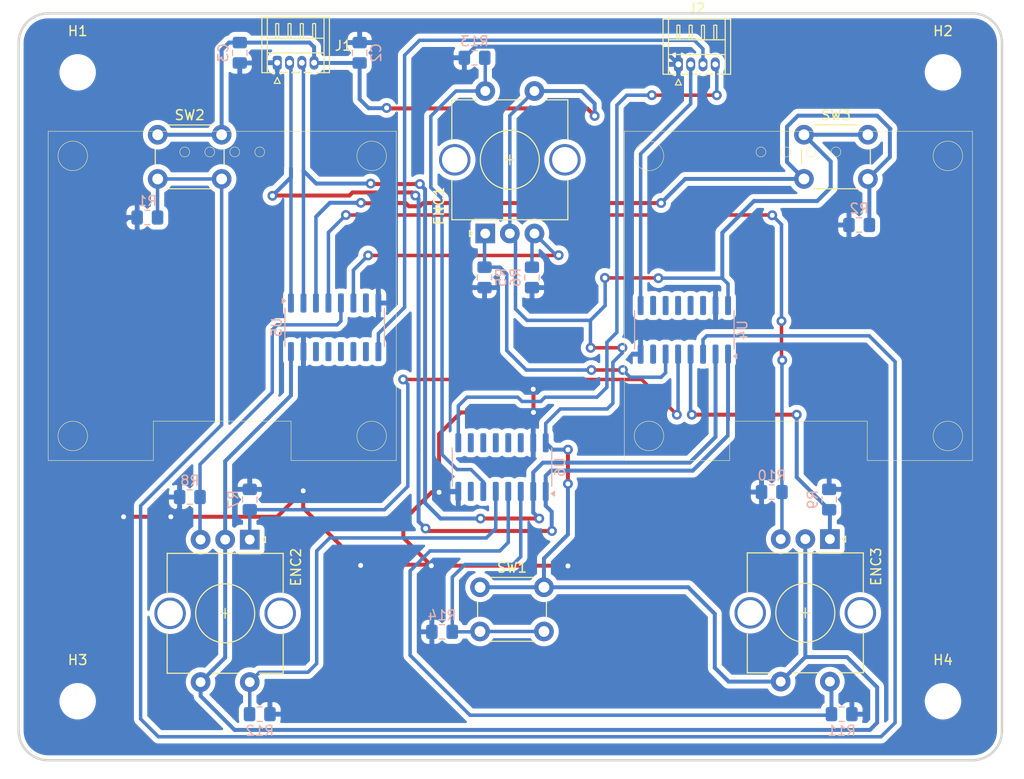
<source format=kicad_pcb>
(kicad_pcb (version 20240108) (generator "pcbnew") (generator_version "8.0")
  (layers (0 "F.Cu" signal) (31 "B.Cu" signal) (34 "B.Paste" user) (35 "F.Paste" user) (36 "B.SilkS" user "B.Silkscreen") (37 "F.SilkS" user "F.Silkscreen") (38 "B.Mask" user) (39 "F.Mask" user) (44 "Edge.Cuts" user))
  (net 0 "")
  (net 1 "GND")
  (net 2 "/SFTSW")
  (net 3 "/PL")
  (net 4 "VCC")
  (net 5 "/B1")
  (net 6 "/SW1")
  (net 7 "/A1")
  (net 8 "/SW2")
  (net 9 "/B2")
  (net 10 "/A2")
  (net 11 "/SW3")
  (net 12 "/B3")
  (net 13 "/A3")
  (net 14 "/CLK")
  (net 15 "/SER_A")
  (net 16 "/SER_B")
  (net 17 "/SER_S")
  (net 18 "/LSW")
  (net 19 "/RSW")
  (footprint "Button_Switch_THT:SW_PUSH_6mm_H4.3mm" (layer "F.Cu") (at 119.862514 56.345414)
    (property "Reference" "SW3")
    (property "Value" "SW_RIGHT")
  )
  (footprint "MountingHole:MountingHole_3.2mm_M3" (layer "F.Cu") (at 134 114)
    (property "Reference" "H4")
    (property "Value" "MountingHole_M3")
  )
  (footprint "Display-oled:self-RotaryEncoder_Alps_EC11E-Switch_Vertical_H20mm_CircularMountingHoles" (layer "F.Cu") (at 122.5 97.5 -90)
    (property "Reference" "ENC3")
    (property "Value" "Encoder")
  )
  (footprint "Connector_Hirose:Hirose_DF13-04P-1.25DS_1x04_P1.25mm_Horizontal" (layer "F.Cu") (at 66.294 49.022)
    (property "Reference" "J1")
    (property "Value" "I2C_Conn")
  )
  (footprint "MountingHole:MountingHole_3.2mm_M3" (layer "F.Cu") (at 46 50)
    (property "Reference" "H1")
    (property "Value" "MountingHole_M3")
  )
  (footprint "MountingHole:MountingHole_3.2mm_M3" (layer "F.Cu") (at 134 50)
    (property "Reference" "H2")
    (property "Value" "MountingHole_M3")
  )
  (footprint "Button_Switch_THT:SW_PUSH_6mm_H4.3mm" (layer "F.Cu") (at 54.14 56.35)
    (property "Reference" "SW2")
    (property "Value" "SW_LEFT")
  )
  (footprint "MountingHole:MountingHole_3.2mm_M3" (layer "F.Cu") (at 46 114)
    (property "Reference" "H3")
    (property "Value" "MountingHole_M3")
  )
  (footprint "Display-oled:self-RotaryEncoder_Alps_EC11E-Switch_Vertical_H20mm_CircularMountingHoles" (layer "F.Cu") (at 63.5 97.55 -90)
    (property "Reference" "ENC2")
    (property "Value" "Encoder")
  )
  (footprint "Display-oled:self-RotaryEncoder_Alps_EC11E-Switch_Vertical_H20mm_CircularMountingHoles" (layer "F.Cu") (at 87.45 66.4 90)
    (property "Reference" "ENC1")
    (property "Value" "Encoder")
  )
  (footprint "Button_Switch_THT:SW_PUSH_6mm_H4.3mm" (layer "F.Cu") (at 86.92 102.398)
    (property "Reference" "SW1")
    (property "Value" "SW_SHIFT")
  )
  (footprint "Connector_Hirose:Hirose_DF13-04P-1.25DS_1x04_P1.25mm_Horizontal" (layer "F.Cu") (at 107.091 49.1845)
    (property "Reference" "J2")
    (property "Value" "Btn_conn")
  )
  (footprint "Package_SO:SOIC-16_3.9x9.9mm_P1.27mm" (layer "B.Cu") (at 72.136 75.946 -90)
    (property "Reference" "U5")
    (property "Value" "74HC165")
  )
  (footprint "Capacitor_SMD:C_0805_2012Metric_Pad1.18x1.45mm_HandSolder" (layer "B.Cu") (at 86.36 48.514 180)
    (property "Reference" "R13")
    (property "Value" "10K")
  )
  (footprint "Capacitor_SMD:C_0805_2012Metric_Pad1.18x1.45mm_HandSolder" (layer "B.Cu") (at 64.516 115.316)
    (property "Reference" "R12")
    (property "Value" "10K")
  )
  (footprint "Capacitor_SMD:C_0805_2012Metric_Pad1.18x1.45mm_HandSolder" (layer "B.Cu") (at 116.586 92.71 180)
    (property "Reference" "R10")
    (property "Value" "10K")
  )
  (footprint "Capacitor_SMD:C_0805_2012Metric_Pad1.18x1.45mm_HandSolder" (layer "B.Cu") (at 74.676 48.006 90)
    (property "Reference" "C2")
    (property "Value" "100nF")
  )
  (footprint "Capacitor_SMD:C_0805_2012Metric_Pad1.18x1.45mm_HandSolder" (layer "B.Cu") (at 123.698 115.316)
    (property "Reference" "R11")
    (property "Value" "10K")
  )
  (footprint "Capacitor_SMD:C_0805_2012Metric_Pad1.18x1.45mm_HandSolder" (layer "B.Cu") (at 62.484 48.006 -90)
    (property "Reference" "C3")
    (property "Value" "10uF")
  )
  (footprint "Capacitor_SMD:C_0805_2012Metric_Pad1.18x1.45mm_HandSolder" (layer "B.Cu") (at 63.5 93.472 -90)
    (property "Reference" "R7")
    (property "Value" "10K")
  )
  (footprint "Capacitor_SMD:C_0805_2012Metric_Pad1.18x1.45mm_HandSolder" (layer "B.Cu") (at 125.476 65.532 180)
    (property "Reference" "R2")
    (property "Value" "10K")
  )
  (footprint "Capacitor_SMD:C_0805_2012Metric_Pad1.18x1.45mm_HandSolder" (layer "B.Cu") (at 87.376 70.866 90)
    (property "Reference" "R5")
    (property "Value" "10K")
  )
  (footprint "Package_SO:SOIC-16_3.9x9.9mm_P1.27mm" (layer "B.Cu") (at 89.154 90.17 90)
    (property "Reference" "U6")
    (property "Value" "74HC165")
  )
  (footprint "Capacitor_SMD:C_0805_2012Metric_Pad1.18x1.45mm_HandSolder" (layer "B.Cu") (at 57.404 93.218 180)
    (property "Reference" "R8")
    (property "Value" "10K")
  )
  (footprint "Capacitor_SMD:C_0805_2012Metric_Pad1.18x1.45mm_HandSolder" (layer "B.Cu") (at 53.086 64.77 180)
    (property "Reference" "R1")
    (property "Value" "10K")
  )
  (footprint "Package_SO:SOIC-16_3.9x9.9mm_P1.27mm" (layer "B.Cu") (at 107.696 76.2 90)
    (property "Reference" "U4")
    (property "Value" "74HC165")
  )
  (footprint "Capacitor_SMD:C_0805_2012Metric_Pad1.18x1.45mm_HandSolder" (layer "B.Cu") (at 92.202 70.866 -90)
    (property "Reference" "R6")
    (property "Value" "10K")
  )
  (footprint "Capacitor_SMD:C_0805_2012Metric_Pad1.18x1.45mm_HandSolder" (layer "B.Cu") (at 83.058 106.934 180)
    (property "Reference" "R14")
    (property "Value" "10K")
  )
  (footprint "Capacitor_SMD:C_0805_2012Metric_Pad1.18x1.45mm_HandSolder" (layer "B.Cu") (at 122.428 93.472 -90)
    (property "Reference" "R9")
    (property "Value" "10K")
  )
  (gr_line (start 67.7 89.5) (end 67.7 85.5) (stroke (width 0.05)) (layer "F.SilkS"))
  (gr_circle (center 45.5 58.5) (end 47 58.5) (stroke (width 0.05)) (fill none) (layer "F.SilkS"))
  (gr_line (start 101.6 89.5) (end 112.3 89.5) (stroke (width 0.05)) (layer "F.SilkS"))
  (gr_circle (center 75.9 58.5) (end 77.4 58.5) (stroke (width 0.05)) (fill none) (layer "F.SilkS"))
  (gr_circle (center 59.430838 58.098471) (end 59.930838 58.098471) (stroke (width 0.05)) (fill none) (layer "F.SilkS"))
  (gr_circle (center 104.1 87) (end 105.6 87) (stroke (width 0.05)) (fill none) (layer "F.SilkS"))
  (gr_line (start 137 56) (end 101.6 56) (stroke (width 0.05)) (layer "F.SilkS"))
  (gr_line (start 78.4 56) (end 43 56) (stroke (width 0.05)) (layer "F.SilkS"))
  (gr_circle (center 115.49 58.1) (end 115.99 58.1) (stroke (width 0.05)) (fill none) (layer "F.SilkS"))
  (gr_line (start 67.7 85.5) (end 53.7 85.5) (stroke (width 0.05)) (layer "F.SilkS"))
  (gr_circle (center 123.112514 58.095414) (end 123.612514 58.095414) (stroke (width 0.05)) (fill none) (layer "F.SilkS"))
  (gr_line (start 43 56) (end 43 89.5) (stroke (width 0.05)) (layer "F.SilkS"))
  (gr_line (start 53.7 85.5) (end 53.7 89.5) (stroke (width 0.05)) (layer "F.SilkS"))
  (gr_circle (center 56.89 58.1) (end 57.39 58.1) (stroke (width 0.05)) (fill none) (layer "F.SilkS"))
  (gr_circle (center 104.1 58.5) (end 105.6 58.5) (stroke (width 0.05)) (fill none) (layer "F.SilkS"))
  (gr_circle (center 120.571676 58.096943) (end 121.071676 58.096943) (stroke (width 0.05)) (fill none) (layer "F.SilkS"))
  (gr_line (start 126.3 85.5) (end 112.3 85.5) (stroke (width 0.05)) (layer "F.SilkS"))
  (gr_line (start 43 89.5) (end 53.7 89.5) (stroke (width 0.05)) (layer "F.SilkS"))
  (gr_line (start 101.6 56) (end 101.6 89.5) (stroke (width 0.05)) (layer "F.SilkS"))
  (gr_circle (center 118.030838 58.098471) (end 118.530838 58.098471) (stroke (width 0.05)) (fill none) (layer "F.SilkS"))
  (gr_line (start 67.7 89.5) (end 78.4 89.5) (stroke (width 0.05)) (layer "F.SilkS"))
  (gr_circle (center 45.5 87) (end 47 87) (stroke (width 0.05)) (fill none) (layer "F.SilkS"))
  (gr_circle (center 134.5 87) (end 136 87) (stroke (width 0.05)) (fill none) (layer "F.SilkS"))
  (gr_line (start 126.3 89.5) (end 137 89.5) (stroke (width 0.05)) (layer "F.SilkS"))
  (gr_circle (center 75.9 87) (end 77.4 87) (stroke (width 0.05)) (fill none) (layer "F.SilkS"))
  (gr_circle (center 64.512514 58.095414) (end 65.012514 58.095414) (stroke (width 0.05)) (fill none) (layer "F.SilkS"))
  (gr_line (start 78.4 89.5) (end 78.4 56) (stroke (width 0.05)) (layer "F.SilkS"))
  (gr_circle (center 134.5 58.5) (end 136 58.5) (stroke (width 0.05)) (fill none) (layer "F.SilkS"))
  (gr_circle (center 61.971676 58.096943) (end 62.471676 58.096943) (stroke (width 0.05)) (fill none) (layer "F.SilkS"))
  (gr_line (start 126.3 89.5) (end 126.3 85.5) (stroke (width 0.05)) (layer "F.SilkS"))
  (gr_line (start 137 89.5) (end 137 56) (stroke (width 0.05)) (layer "F.SilkS"))
  (gr_line (start 112.3 85.5) (end 112.3 89.5) (stroke (width 0.05)) (layer "F.SilkS"))
  (gr_arc (start 139.999999 117) (mid 139.121319 119.12132) (end 136.999999 120) (stroke (width 0.25)) (layer "Edge.Cuts"))
  (gr_arc (start 39.999999 47.000001) (mid 40.878679 44.87868) (end 43 44) (stroke (width 0.25)) (layer "Edge.Cuts"))
  (gr_line (start 39.999999 47.000001) (end 39.999999 116.999999) (stroke (width 0.25)) (layer "Edge.Cuts"))
  (gr_arc (start 136.999999 44) (mid 139.121319 44.87868) (end 139.999999 47) (stroke (width 0.25)) (layer "Edge.Cuts"))
  (gr_arc (start 43 120) (mid 40.878679 119.12132) (end 39.999999 116.999999) (stroke (width 0.25)) (layer "Edge.Cuts"))
  (gr_line (start 43 120) (end 136.999999 120) (stroke (width 0.25)) (layer "Edge.Cuts"))
  (gr_line (start 139.999999 117) (end 139.999999 47) (stroke (width 0.25)) (layer "Edge.Cuts"))
  (gr_line (start 136.999999 44) (end 43 44) (stroke (width 0.25)) (layer "Edge.Cuts"))
  (segment (start 82.7532 86.8172) (end 84.963 84.6074) (width 0.4064) (layer "F.Cu") (net 1))
  (segment (start 74.8538 100.1014) (end 74.7776 100.1776) (width 0.4064) (layer "F.Cu") (net 1))
  (segment (start 81.9658 100.203) (end 81.8642 100.1014) (width 0.4064) (layer "F.Cu") (net 1))
  (segment (start 81.8642 100.1014) (end 74.8538 100.1014) (width 0.4064) (layer "F.Cu") (net 1))
  (segment (start 79.121 95.6056) (end 81.9912 92.7354) (width 0.4064) (layer "F.Cu") (net 1))
  (segment (start 95.4532 100.2284) (end 95.4278 100.203) (width 0.4064) (layer "F.Cu") (net 1))
  (segment (start 95.4278 100.203) (end 81.9658 100.203) (width 0.4064) (layer "F.Cu") (net 1))
  (segment (start 81.9912 92.7354) (end 82.7532 92.7354) (width 0.4064) (layer "F.Cu") (net 1))
  (segment (start 55.4736 95.2246) (end 66.294 95.2246) (width 0.4064) (layer "F.Cu") (net 1))
  (segment (start 79.121 97.3582) (end 79.121 95.6056) (width 0.4064) (layer "F.Cu") (net 1))
  (segment (start 68.9356 94.3356) (end 68.9356 92.583) (width 0.4064) (layer "F.Cu") (net 1))
  (segment (start 84.963 84.6074) (end 92.3544 84.6074) (width 0.4064) (layer "F.Cu") (net 1))
  (segment (start 92.3544 84.6074) (end 92.3544 82.2706) (width 0.4064) (layer "F.Cu") (net 1))
  (segment (start 66.294 95.2246) (end 68.9356 92.583) (width 0.4064) (layer "F.Cu") (net 1))
  (segment (start 74.7776 100.1776) (end 68.9356 94.3356) (width 0.4064) (layer "F.Cu") (net 1))
  (segment (start 82.7532 92.7354) (end 82.7532 86.8172) (width 0.4064) (layer "F.Cu") (net 1))
  (segment (start 55.4736 95.2246) (end 50.673 95.2246) (width 0.4064) (layer "F.Cu") (net 1))
  (segment (start 81.9658 100.203) (end 79.121 97.3582) (width 0.4064) (layer "F.Cu") (net 1))
  (segment (start 92.3544 82.2706) (end 92.329 82.2452) (width 0.4064) (layer "F.Cu") (net 1))
  (segment (start 95.8596 100.2284) (end 95.4532 100.2284) (width 0.4064) (layer "F.Cu") (net 1))
  (via (at 50.673 95.2246) (size 1) (drill 0.5) (layers "F.Cu" "B.Cu") (net 1))
  (via (at 68.9356 92.583) (size 1) (drill 0.5) (layers "F.Cu" "B.Cu") (net 1))
  (via (at 81.9658 100.203) (size 1) (drill 0.5) (layers "F.Cu" "B.Cu") (net 1))
  (via (at 95.8596 100.2284) (size 1) (drill 0.5) (layers "F.Cu" "B.Cu") (net 1))
  (via (at 82.7532 92.7354) (size 1) (drill 0.5) (layers "F.Cu" "B.Cu") (net 1))
  (via (at 74.7776 100.1776) (size 1) (drill 0.5) (layers "F.Cu" "B.Cu") (net 1))
  (via (at 55.4736 95.2246) (size 1) (drill 0.5) (layers "F.Cu" "B.Cu") (net 1))
  (via (at 92.3544 84.6074) (size 1) (drill 0.5) (layers "F.Cu" "B.Cu") (net 1))
  (via (at 92.329 82.2452) (size 1) (drill 0.5) (layers "F.Cu" "B.Cu") (net 1))
  (segment (start 92.329 82.2452) (end 91.9734 82.2452) (width 0.4064) (layer "B.Cu") (net 1))
  (segment (start 50.673 95.2246) (end 50.673 65.2526) (width 0.4064) (layer "B.Cu") (net 1))
  (segment (start 71.755 115.316) (end 65.5535 115.316) (width 0.4064) (layer "B.Cu") (net 1))
  (segment (start 74.7776 100.1776) (end 74.7776 112.2934) (width 0.4064) (layer "B.Cu") (net 1))
  (segment (start 115.5485 92.71) (end 105.156 92.71) (width 0.4064) (layer "B.Cu") (net 1))
  (segment (start 97.536 100.33) (end 95.9612 100.33) (width 0.4064) (layer "B.Cu") (net 1))
  (segment (start 68.7871 92.4345) (end 63.5 92.4345) (width 0.4064) (layer "B.Cu") (net 1))
  (segment (start 82.7532 92.7354) (end 84.6186 92.7354) (width 0.4064) (layer "B.Cu") (net 1))
  (segment (start 50.673 65.2526) (end 51.1556 64.77) (width 0.4064) (layer "B.Cu") (net 1))
  (segment (start 74.7776 112.2934) (end 71.755 115.316) (width 0.4064) (layer "B.Cu") (net 1))
  (segment (start 105.2891 47.3826) (end 86.4539 47.3826) (width 0.4064) (layer "B.Cu") (net 1))
  (segment (start 56.3665 93.218) (end 56.3665 94.3317) (width 0.4064) (layer "B.Cu") (net 1))
  (segment (start 68.9356 92.583) (end 68.7871 92.4345) (width 0.4064) (layer "B.Cu") (net 1))
  (segment (start 56.3665 94.3317) (end 55.4736 95.2246) (width 0.4064) (layer "B.Cu") (net 1))
  (segment (start 95.9612 100.33) (end 95.8596 100.2284) (width 0.4064) (layer "B.Cu") (net 1))
  (segment (start 82.0205 106.934) (end 82.0205 100.2577) (width 0.4064) (layer "B.Cu") (net 1))
  (segment (start 92.329 87.695) (end 92.329 84.6328) (width 0.4064) (layer "B.Cu") (net 1))
  (segment (start 82.0205 100.2577) (end 81.9658 100.203) (width 0.4064) (layer "B.Cu") (net 1))
  (segment (start 87.376 77.6478) (end 87.376 71.9035) (width 0.4064) (layer "B.Cu") (net 1))
  (segment (start 92.329 84.6328) (end 92.3544 84.6074) (width 0.4064) (layer "B.Cu") (net 1))
  (segment (start 84.6186 92.7354) (end 84.709 92.645) (width 0.4064) (layer "B.Cu") (net 1))
  (segment (start 86.4539 47.3826) (end 85.3225 48.514) (width 0.4064) (layer "B.Cu") (net 1))
  (segment (start 105.156 92.71) (end 97.536 100.33) (width 0.4064) (layer "B.Cu") (net 1))
  (segment (start 91.9734 82.2452) (end 87.376 77.6478) (width 0.4064) (layer "B.Cu") (net 1))
  (segment (start 107.091 49.1845) (end 105.2891 47.3826) (width 0.4064) (layer "B.Cu") (net 1))
  (segment (start 51.1556 64.77) (end 52.0485 64.77) (width 0.4064) (layer "B.Cu") (net 1))
  (segment (start 91.059 99.2886) (end 90.2716 100.076) (width 0.3556) (layer "B.Cu") (net 2))
  (segment (start 86.884 106.934) (end 86.92 106.898) (width 0.3556) (layer "B.Cu") (net 2))
  (segment (start 86.92 106.898) (end 93.42 106.898) (width 0.3556) (layer "B.Cu") (net 2))
  (segment (start 90.2716 100.076) (end 85.3948 100.076) (width 0.3556) (layer "B.Cu") (net 2))
  (segment (start 85.3948 100.076) (end 84.0955 101.3753) (width 0.3556) (layer "B.Cu") (net 2))
  (segment (start 84.0955 101.3753) (end 84.0955 106.934) (width 0.3556) (layer "B.Cu") (net 2))
  (segment (start 84.0955 106.934) (end 86.884 106.934) (width 0.3556) (layer "B.Cu") (net 2))
  (segment (start 91.059 92.645) (end 91.059 99.2886) (width 0.3556) (layer "B.Cu") (net 2))
  (segment (start 73.6346 62.5348) (end 65.8368 62.5348) (width 0.4064) (layer "F.Cu") (net 3))
  (segment (start 73.9474 62.222) (end 73.6346 62.5348) (width 0.4064) (layer "F.Cu") (net 3))
  (segment (start 94.234 96.6724) (end 81.6356 96.6724) (width 0.4064) (layer "F.Cu") (net 3))
  (segment (start 65.8368 62.5348) (end 65.8114 62.5602) (width 0.4064) (layer "F.Cu") (net 3))
  (segment (start 80.0274 62.222) (end 73.9474 62.222) (width 0.4064) (layer "F.Cu") (net 3))
  (segment (start 81.6356 96.6724) (end 81.3816 96.4184) (width 0.4064) (layer "F.Cu") (net 3))
  (segment (start 80.3402 62.5348) (end 80.0274 62.222) (width 0.4064) (layer "F.Cu") (net 3))
  (via (at 94.234 96.6724) (size 1) (drill 0.5) (layers "F.Cu" "B.Cu") (net 3))
  (via (at 81.3816 96.4184) (size 1) (drill 0.5) (layers "F.Cu" "B.Cu") (net 3))
  (via (at 65.8114 62.5602) (size 1) (drill 0.5) (layers "F.Cu" "B.Cu") (net 3))
  (via (at 80.3402 62.5348) (size 1) (drill 0.5) (layers "F.Cu" "B.Cu") (net 3))
  (segment (start 80.6704 88.2904) (end 80.6704 62.865) (width 0.4064) (layer "B.Cu") (net 3))
  (segment (start 81.3816 96.4184) (end 80.6704 95.7072) (width 0.4064) (layer "B.Cu") (net 3))
  (segment (start 65.8114 62.5602) (end 67.691 60.6806) (width 0.4064) (layer "B.Cu") (net 3))
  (segment (start 94.2086 96.647) (end 94.234 96.6724) (width 0.4064) (layer "B.Cu") (net 3))
  (segment (start 108.5596 90.5256) (end 112.141 86.9442) (width 0.4064) (layer "B.Cu") (net 3))
  (segment (start 67.691 59.7662) (end 67.691 49.169) (width 0.3556) (layer "B.Cu") (net 3))
  (segment (start 94.2086 94.7166) (end 94.2086 96.647) (width 0.4064) (layer "B.Cu") (net 3))
  (segment (start 94.1324 90.5256) (end 108.5596 90.5256) (width 0.4064) (layer "B.Cu") (net 3))
  (segment (start 93.599 92.645) (end 93.599 91.059) (width 0.4064) (layer "B.Cu") (net 3))
  (segment (start 80.6704 62.865) (end 80.3402 62.5348) (width 0.4064) (layer "B.Cu") (net 3))
  (segment (start 93.599 94.107) (end 94.2086 94.7166) (width 0.4064) (layer "B.Cu") (net 3))
  (segment (start 67.691 60.6806) (end 67.691 59.7662) (width 0.4064) (layer "B.Cu") (net 3))
  (segment (start 67.691 49.169) (end 67.544 49.022) (width 0.3556) (layer "B.Cu") (net 3))
  (segment (start 93.599 92.645) (end 93.599 94.107) (width 0.4064) (layer "B.Cu") (net 3))
  (segment (start 67.691 73.471) (end 67.691 59.7662) (width 0.3556) (layer "B.Cu") (net 3))
  (segment (start 112.141 86.9442) (end 112.141 78.675) (width 0.4064) (layer "B.Cu") (net 3))
  (segment (start 80.6704 95.7072) (end 80.6704 88.2904) (width 0.4064) (layer "B.Cu") (net 3))
  (segment (start 93.599 91.059) (end 94.1324 90.5256) (width 0.4064) (layer "B.Cu") (net 3))
  (segment (start 95.8596 91.8718) (end 95.8596 88.392) (width 0.4064) (layer "F.Cu") (net 4))
  (segment (start 77.47 53.6702) (end 97.8154 53.6702) (width 0.4064) (layer "F.Cu") (net 4))
  (segment (start 105.029 70.9168) (end 105.0544 70.9422) (width 0.3556) (layer "F.Cu") (net 4))
  (segment (start 77.4192 53.6194) (end 77.47 53.6702) (width 0.4064) (layer "F.Cu") (net 4))
  (segment (start 97.8154 53.6702) (end 98.5774 54.4322) (width 0.4064) (layer "F.Cu") (net 4))
  (segment (start 101.3968 78.0288) (end 98.171 78.0288) (width 0.3556) (layer "F.Cu") (net 4))
  (segment (start 99.6188 70.9168) (end 105.029 70.9168) (width 0.3556) (layer "F.Cu") (net 4))
  (via (at 98.171 78.0288) (size 1) (drill 0.5) (layers "F.Cu" "B.Cu") (net 4))
  (via (at 98.5774 54.4322) (size 1) (drill 0.5) (layers "F.Cu" "B.Cu") (net 4))
  (via (at 77.4192 53.6194) (size 1) (drill 0.5) (layers "F.Cu" "B.Cu") (net 4))
  (via (at 95.8596 88.392) (size 1) (drill 0.5) (layers "F.Cu" "B.Cu") (net 4))
  (via (at 101.3968 78.0288) (size 1) (drill 0.5) (layers "F.Cu" "B.Cu") (net 4))
  (via (at 99.6188 70.9168) (size 1) (drill 0.5) (layers "F.Cu" "B.Cu") (net 4))
  (via (at 105.0544 70.9422) (size 1) (drill 0.5) (layers "F.Cu" "B.Cu") (net 4))
  (via (at 95.8596 91.8718) (size 1) (drill 0.5) (layers "F.Cu" "B.Cu") (net 4))
  (segment (start 86.92 102.398) (end 93.42 102.398) (width 0.4064) (layer "B.Cu") (net 4))
  (segment (start 111.5568 66.3194) (end 111.5568 70.9422) (width 0.4064) (layer "B.Cu") (net 4))
  (segment (start 117.5 112) (end 120 109.5) (width 0.4064) (layer "B.Cu") (net 4))
  (segment (start 99.6442 70.9422) (end 99.6188 70.9168) (width 0.3556) (layer "B.Cu") (net 4))
  (segment (start 98.5774 54.4322) (end 98.5774 53.1876) (width 0.4064) (layer "B.Cu") (net 4))
  (segment (start 67.691 82.8802) (end 67.691 78.421) (width 0.4064) (layer "B.Cu") (net 4))
  (segment (start 98.1456 78.0034) (end 98.1456 75.2348) (width 0.3556) (layer "B.Cu") (net 4))
  (segment (start 90.5256 66.9756) (end 90.5256 72.5932) (width 0.3556) (layer "B.Cu") (net 4))
  (segment (start 108.0876 102.398) (end 93.42 102.398) (width 0.4064) (layer "B.Cu") (net 4))
  (segment (start 58.5 112.05) (end 58.5 113.464213) (width 0.4064) (layer "B.Cu") (net 4))
  (segment (start 127.3048 116.1796) (end 127.3048 112.5728) (width 0.4064) (layer "B.Cu") (net 4))
  (segment (start 95.8596 88.392) (end 94.296 88.392) (width 0.4064) (layer "B.Cu") (net 4))
  (segment (start 112.2032 112) (end 110.7948 110.5916) (width 0.4064) (layer "B.Cu") (net 4))
  (segment (start 74.676 49.0435) (end 70.0655 49.0435) (width 0.4064) (layer "B.Cu") (net 4))
  (segment (start 94.296 88.392) (end 93.599 87.695) (width 0.4064) (layer "B.Cu") (net 4))
  (segment (start 100.4316 83.6676) (end 100.4316 79.502) (width 0.3556) (layer "B.Cu") (net 4))
  (segment (start 121.2088 63.0936) (end 114.7826 63.0936) (width 0.4064) (layer "B.Cu") (net 4))
  (segment (start 89.95 66.4) (end 90.5256 66.9756) (width 0.3556) (layer "B.Cu") (net 4))
  (segment (start 124.232 109.5) (end 120 109.5) (width 0.4064) (layer "B.Cu") (net 4))
  (segment (start 58.5 112.05) (end 61 109.55) (width 0.4064) (layer "B.Cu") (net 4))
  (segment (start 127.3048 112.5728) (end 124.232 109.5) (width 0.4064) (layer "B.Cu") (net 4))
  (segment (start 110.7948 110.5916) (end 110.7948 105.1052) (width 0.4064) (layer "B.Cu") (net 4))
  (segment (start 98.171 78.0288) (end 98.1456 78.0034) (width 0.3556) (layer "B.Cu") (net 4))
  (segment (start 112.141 71.5264) (end 111.5568 70.9422) (width 0.3556) (layer "B.Cu") (net 4))
  (segment (start 75.5904 53.6448) (end 77.3938 53.6448) (width 0.4064) (layer "B.Cu") (net 4))
  (segment (start 61.951987 116.9162) (end 126.5682 116.9162) (width 0.4064) (layer "B.Cu") (net 4))
  (segment (start 61 89.5712) (end 67.691 82.8802) (width 0.4064) (layer "B.Cu") (net 4))
  (segment (start 61 97.55) (end 61 89.5712) (width 0.4064) (layer "B.Cu") (net 4))
  (segment (start 93.42 99.4676) (end 95.5802 97.3074) (width 0.4064) (layer "B.Cu") (net 4))
  (segment (start 99.8474 84.2518) (end 100.4316 83.6676) (width 0.3556) (layer "B.Cu") (net 4))
  (segment (start 93.599 87.695) (end 93.599 85.725) (width 0.3556) (layer "B.Cu") (net 4))
  (segment (start 89.95 54.4) (end 92.45 51.9) (width 0.3556) (layer "B.Cu") (net 4))
  (segment (start 62.484 46.9685) (end 69.5745 46.9685) (width 0.4064) (layer "B.Cu") (net 4))
  (segment (start 89.95 66.4) (end 89.95 54.4) (width 0.3556) (layer "B.Cu") (net 4))
  (segment (start 112.141 73.725) (end 112.141 71.5264) (width 0.3556) (layer "B.Cu") (net 4))
  (segment (start 117.5 112) (end 112.2032 112) (width 0.4064) (layer "B.Cu") (net 4))
  (segment (start 120 109.5) (end 120 97.5) (width 0.4064) (layer "B.Cu") (net 4))
  (segment (start 70.044 49.022) (end 70.044 47.438) (width 0.4064) (layer "B.Cu") (net 4))
  (segment (start 122.5804 61.722) (end 121.2088 63.0936) (width 0.4064) (layer "B.Cu") (net 4))
  (segment (start 54.14 56.35) (end 60.64 56.35) (width 0.4064) (layer "B.Cu") (net 4))
  (segment (start 100.4316 79.502) (end 101.3968 78.5368) (width 0.3556) (layer "B.Cu") (net 4))
  (segment (start 60.64 47.7164) (end 60.64 56.35) (width 0.4064) (layer "B.Cu") (net 4))
  (segment (start 110.7948 105.1052) (end 108.0876 102.398) (width 0.4064) (layer "B.Cu") (net 4))
  (segment (start 90.5256 74.0664) (end 91.694 75.2348) (width 0.3556) (layer "B.Cu") (net 4))
  (segment (start 122.5804 59.0633) (end 122.5804 61.722) (width 0.4064) (layer "B.Cu") (net 4))
  (segment (start 61 109.55) (end 61 97.55) (width 0.4064) (layer "B.Cu") (net 4))
  (segment (start 95.0722 84.2518) (end 99.8474 84.2518) (width 0.3556) (layer "B.Cu") (net 4))
  (segment (start 74.676 52.7304) (end 75.5904 53.6448) (width 0.4064) (layer "B.Cu") (net 4))
  (segment (start 70.0655 49.0435) (end 70.044 49.022) (width 0.4064) (layer "B.Cu") (net 4))
  (segment (start 70.044 47.438) (end 69.5745 46.9685) (width 0.4064) (layer "B.Cu") (net 4))
  (segment (start 97.2898 51.9) (end 92.45 51.9) (width 0.4064) (layer "B.Cu") (net 4))
  (segment (start 62.484 46.9685) (end 61.3879 46.9685) (width 0.4064) (layer "B.Cu") (net 4))
  (segment (start 101.3968 78.5368) (end 101.3968 78.0288) (width 0.3556) (layer "B.Cu") (net 4))
  (segment (start 61.3879 46.9685) (end 60.64 47.7164) (width 0.4064) (layer "B.Cu") (net 4))
  (segment (start 99.6442 73.2028) (end 99.6442 70.9422) (width 0.3556) (layer "B.Cu") (net 4))
  (segment (start 114.7826 63.0936) (end 111.5568 66.3194) (width 0.4064) (layer "B.Cu") (net 4))
  (segment (start 91.694 75.2348) (end 98.1456 75.2348) (width 0.3556) (layer "B.Cu") (net 4))
  (segment (start 98.5774 53.1876) (end 97.2898 51.9) (width 0.4064) (layer "B.Cu") (net 4))
  (segment (start 77.3938 53.6448) (end 77.4192 53.6194) (width 0.4064) (layer "B.Cu") (net 4))
  (segment (start 95.5802 97.3074) (end 95.8596 97.028) (width 0.4064) (layer "B.Cu") (net 4))
  (segment (start 126.5682 116.9162) (end 127.3048 116.1796) (width 0.4064) (layer "B.Cu") (net 4))
  (segment (start 93.42 102.398) (end 93.42 99.4676) (width 0.4064) (layer "B.Cu") (net 4))
  (segment (start 74.676 49.0435) (end 74.676 52.7304) (width 0.4064) (layer "B.Cu") (net 4))
  (segment (start 119.862514 56.345414) (end 122.5804 59.0633) (width 0.4064) (layer "B.Cu") (net 4))
  (segment (start 111.5568 70.9422) (end 105.0544 70.9422) (width 0.3556) (layer "B.Cu") (net 4))
  (segment (start 99.6442 73.7362) (end 99.6442 73.2028) (width 0.3556) (layer "B.Cu") (net 4))
  (segment (start 119.862514 56.345414) (end 126.362514 56.345414) (width 0.4064) (layer "B.Cu") (net 4))
  (segment (start 95.8596 97.028) (end 95.8596 91.8718) (width 0.4064) (layer "B.Cu") (net 4))
  (segment (start 99.2124 74.168) (end 99.6442 73.7362) (width 0.3556) (layer "B.Cu") (net 4))
  (segment (start 98.1456 75.2348) (end 99.2124 74.168) (width 0.3556) (layer "B.Cu") (net 4))
  (segment (start 58.5 113.464213) (end 61.951987 116.9162) (width 0.4064) (layer "B.Cu") (net 4))
  (segment (start 93.599 85.725) (end 95.0722 84.2518) (width 0.3556) (layer "B.Cu") (net 4))
  (segment (start 90.5256 72.5932) (end 90.5256 74.0664) (width 0.3556) (layer "B.Cu") (net 4))
  (segment (start 94.8944 68.6308) (end 94.9198 68.6054) (width 0.3556) (layer "F.Cu") (net 5))
  (segment (start 75.5396 68.6308) (end 94.8944 68.6308) (width 0.3556) (layer "F.Cu") (net 5))
  (via (at 75.5396 68.6308) (size 1) (drill 0.5) (layers "F.Cu" "B.Cu") (net 5))
  (via (at 94.9198 68.6054) (size 1) (drill 0.5) (layers "F.Cu" "B.Cu") (net 5))
  (segment (start 74.041 70.1294) (end 75.5396 68.6308) (width 0.3556) (layer "B.Cu") (net 5))
  (segment (start 94.6554 68.6054) (end 92.45 66.4) (width 0.3556) (layer "B.Cu") (net 5))
  (segment (start 92.202 69.8285) (end 92.202 66.648) (width 0.3556) (layer "B.Cu") (net 5))
  (segment (start 74.041 73.471) (end 74.041 70.1294) (width 0.3556) (layer "B.Cu") (net 5))
  (segment (start 94.9198 68.6054) (end 94.6554 68.6054) (width 0.3556) (layer "B.Cu") (net 5))
  (segment (start 92.202 66.648) (end 92.45 66.4) (width 0.3556) (layer "B.Cu") (net 5))
  (segment (start 81.915 61.722) (end 81.915 54.4576) (width 0.3556) (layer "B.Cu") (net 6))
  (segment (start 81.915 54.4576) (end 84.4726 51.9) (width 0.3556) (layer "B.Cu") (net 6))
  (segment (start 87.45 48.5665) (end 87.3975 48.514) (width 0.3556) (layer "B.Cu") (net 6))
  (segment (start 84.4726 51.9) (end 87.45 51.9) (width 0.3556) (layer "B.Cu") (net 6))
  (segment (start 87.249 92.645) (end 87.249 91.670001) (width 0.3556) (layer "B.Cu") (net 6))
  (segment (start 87.249 91.670001) (end 86.002999 90.424) (width 0.3556) (layer "B.Cu") (net 6))
  (segment (start 83.058 88.9) (end 83.058 62.865) (width 0.3556) (layer "B.Cu") (net 6))
  (segment (start 86.002999 90.424) (end 84.582 90.424) (width 0.3556) (layer "B.Cu") (net 6))
  (segment (start 84.582 90.424) (end 83.058 88.9) (width 0.3556) (layer "B.Cu") (net 6))
  (segment (start 87.45 51.9) (end 87.45 48.5665) (width 0.3556) (layer "B.Cu") (net 6))
  (segment (start 83.058 62.865) (end 81.915 61.722) (width 0.3556) (layer "B.Cu") (net 6))
  (segment (start 101.4476 80.2894) (end 98.2472 80.2894) (width 0.3556) (layer "F.Cu") (net 7))
  (via (at 101.4476 80.2894) (size 1) (drill 0.5) (layers "F.Cu" "B.Cu") (net 7))
  (via (at 98.2472 80.2894) (size 1) (drill 0.5) (layers "F.Cu" "B.Cu") (net 7))
  (segment (start 105.791 78.675) (end 105.791 80.5688) (width 0.3556) (layer "B.Cu") (net 7))
  (segment (start 89.6366 78.3082) (end 89.6366 70.5104) (width 0.3556) (layer "B.Cu") (net 7))
  (segment (start 102.1842 81.026) (end 101.4476 80.2894) (width 0.3556) (layer "B.Cu") (net 7))
  (segment (start 87.376 69.8285) (end 87.376 66.474) (width 0.3556) (layer "B.Cu") (net 7))
  (segment (start 87.376 66.474) (end 87.45 66.4) (width 0.3556) (layer "B.Cu") (net 7))
  (segment (start 105.3338 81.026) (end 105.2576 81.026) (width 0.3556) (layer "B.Cu") (net 7))
  (segment (start 89.6366 70.5104) (end 88.9547 69.8285) (width 0.3556) (layer "B.Cu") (net 7))
  (segment (start 91.6178 80.2894) (end 89.6366 78.3082) (width 0.3556) (layer "B.Cu") (net 7))
  (segment (start 105.791 80.5688) (end 105.3338 81.026) (width 0.3556) (layer "B.Cu") (net 7))
  (segment (start 105.2576 81.026) (end 102.1842 81.026) (width 0.3556) (layer "B.Cu") (net 7))
  (segment (start 98.2472 80.2894) (end 91.6178 80.2894) (width 0.3556) (layer "B.Cu") (net 7))
  (segment (start 88.9547 69.8285) (end 87.376 69.8285) (width 0.3556) (layer "B.Cu") (net 7))
  (segment (start 63.5 115.2945) (end 63.4785 115.316) (width 0.3556) (layer "B.Cu") (net 8))
  (segment (start 70.3072 110.1598) (end 70.3072 98.7044) (width 0.3556) (layer "B.Cu") (net 8))
  (segment (start 63.5 112.05) (end 63.5 115.2945) (width 0.3556) (layer "B.Cu") (net 8))
  (segment (start 69.4182 111.0488) (end 70.3072 110.1598) (width 0.3556) (layer "B.Cu") (net 8))
  (segment (start 64.5012 111.0488) (end 69.4182 111.0488) (width 0.3556) (layer "B.Cu") (net 8))
  (segment (start 71.628 97.3836) (end 87.5538 97.3836) (width 0.3556) (layer "B.Cu") (net 8))
  (segment (start 63.5 112.05) (end 64.5012 111.0488) (width 0.3556) (layer "B.Cu") (net 8))
  (segment (start 88.519 96.4184) (end 88.519 92.645) (width 0.3556) (layer "B.Cu") (net 8))
  (segment (start 87.5538 97.3836) (end 88.519 96.4184) (width 0.3556) (layer "B.Cu") (net 8))
  (segment (start 70.3072 98.7044) (end 71.628 97.3836) (width 0.3556) (layer "B.Cu") (net 8))
  (segment (start 58.4415 89.8945) (end 65.786 82.55) (width 0.3556) (layer "B.Cu") (net 9))
  (segment (start 65.786 76.2) (end 66.294 75.692) (width 0.3556) (layer "B.Cu") (net 9))
  (segment (start 72.39 75.692) (end 72.771 75.311) (width 0.3556) (layer "B.Cu") (net 9))
  (segment (start 65.786 82.55) (end 65.786 76.2) (width 0.3556) (layer "B.Cu") (net 9))
  (segment (start 72.771 75.311) (end 72.771 73.471) (width 0.3556) (layer "B.Cu") (net 9))
  (segment (start 58.4415 93.218) (end 58.4415 97.4915) (width 0.3556) (layer "B.Cu") (net 9))
  (segment (start 58.4415 93.218) (end 58.4415 89.8945) (width 0.3556) (layer "B.Cu") (net 9))
  (segment (start 58.4415 97.4915) (end 58.5 97.55) (width 0.3556) (layer "B.Cu") (net 9))
  (segment (start 66.294 75.692) (end 72.39 75.692) (width 0.3556) (layer "B.Cu") (net 9))
  (segment (start 79.0956 81.2546) (end 103.3526 81.2546) (width 0.3556) (layer "F.Cu") (net 10))
  (segment (start 103.3526 81.2546) (end 106.934 84.836) (width 0.3556) (layer "F.Cu") (net 10))
  (via (at 106.934 84.836) (size 1) (drill 0.5) (layers "F.Cu" "B.Cu") (net 10))
  (via (at 79.0956 81.2546) (size 1) (drill 0.5) (layers "F.Cu" "B.Cu") (net 10))
  (segment (start 79.5782 92.1258) (end 79.5782 81.7372) (width 0.3556) (layer "B.Cu") (net 10))
  (segment (start 77.1945 94.5095) (end 79.5782 92.1258) (width 0.3556) (layer "B.Cu") (net 10))
  (segment (start 106.934 84.836) (end 107.061 84.709) (width 0.3556) (layer "B.Cu") (net 10))
  (segment (start 107.061 84.709) (end 107.061 78.675) (width 0.3556) (layer "B.Cu") (net 10))
  (segment (start 79.5782 81.7372) (end 79.0956 81.2546) (width 0.3556) (layer "B.Cu") (net 10))
  (segment (start 63.5 97.55) (end 63.5 94.5095) (width 0.3556) (layer "B.Cu") (net 10))
  (segment (start 63.5 94.5095) (end 77.1945 94.5095) (width 0.3556) (layer "B.Cu") (net 10))
  (segment (start 89.789 92.645) (end 89.789 97.8408) (width 0.3556) (layer "B.Cu") (net 11))
  (segment (start 122.6605 112.1605) (end 122.5 112) (width 0.4064) (layer "B.Cu") (net 11))
  (segment (start 79.8068 109.3216) (end 85.9028 115.4176) (width 0.3556) (layer "B.Cu") (net 11))
  (segment (start 88.9254 98.7044) (end 81.8388 98.7044) (width 0.3556) (layer "B.Cu") (net 11))
  (segment (start 81.8388 98.7044) (end 79.8068 100.7364) (width 0.3556) (layer "B.Cu") (net 11))
  (segment (start 89.789 97.8408) (end 88.9254 98.7044) (width 0.3556) (layer "B.Cu") (net 11))
  (segment (start 79.8068 100.7364) (end 79.8068 109.3216) (width 0.3556) (layer "B.Cu") (net 11))
  (segment (start 122.5589 115.4176) (end 122.6605 115.316) (width 0.3556) (layer "B.Cu") (net 11))
  (segment (start 122.6605 115.316) (end 122.6605 112.1605) (width 0.4064) (layer "B.Cu") (net 11))
  (segment (start 85.9028 115.4176) (end 122.5589 115.4176) (width 0.3556) (layer "B.Cu") (net 11))
  (segment (start 116.6114 64.516) (end 116.6368 64.5414) (width 0.3556) (layer "F.Cu") (net 12))
  (segment (start 73.279 64.516) (end 116.6114 64.516) (width 0.3556) (layer "F.Cu") (net 12))
  (segment (start 117.5766 75.311) (end 117.5766 79.2226) (width 0.3556) (layer "F.Cu") (net 12))
  (segment (start 117.5766 79.2226) (end 117.6528 79.2988) (width 0.3556) (layer "F.Cu") (net 12))
  (via (at 117.6528 79.2988) (size 1) (drill 0.5) (layers "F.Cu" "B.Cu") (net 12))
  (via (at 117.5766 75.311) (size 1) (drill 0.5) (layers "F.Cu" "B.Cu") (net 12))
  (via (at 116.6368 64.5414) (size 1) (drill 0.5) (layers "F.Cu" "B.Cu") (net 12))
  (via (at 73.279 64.516) (size 1) (drill 0.5) (layers "F.Cu" "B.Cu") (net 12))
  (segment (start 71.501 73.471) (end 71.501 66.294) (width 0.3556) (layer "B.Cu") (net 12))
  (segment (start 117.6235 79.3281) (end 117.6235 92.71) (width 0.3556) (layer "B.Cu") (net 12))
  (segment (start 117.6528 79.2988) (end 117.6235 79.3281) (width 0.3556) (layer "B.Cu") (net 12))
  (segment (start 117.5766 65.4812) (end 117.5766 75.311) (width 0.3556) (layer "B.Cu") (net 12))
  (segment (start 116.6368 64.5414) (end 117.5766 65.4812) (width 0.3556) (layer "B.Cu") (net 12))
  (segment (start 117.6235 92.71) (end 117.6235 97.3765) (width 0.3556) (layer "B.Cu") (net 12))
  (segment (start 71.501 66.294) (end 73.279 64.516) (width 0.3556) (layer "B.Cu") (net 12))
  (segment (start 117.6235 97.3765) (end 117.5 97.5) (width 0.3556) (layer "B.Cu") (net 12))
  (segment (start 119.126 84.836) (end 108.458 84.836) (width 0.4064) (layer "F.Cu") (net 13))
  (via (at 119.126 84.836) (size 1) (drill 0.5) (layers "F.Cu" "B.Cu") (net 13))
  (via (at 108.458 84.836) (size 1) (drill 0.5) (layers "F.Cu" "B.Cu") (net 13))
  (segment (start 122.428 94.5095) (end 119.126 91.2075) (width 0.4064) (layer "B.Cu") (net 13))
  (segment (start 108.331 84.709) (end 108.458 84.836) (width 0.3556) (layer "B.Cu") (net 13))
  (segment (start 122.5 97.5) (end 122.5 94.5815) (width 0.4064) (layer "B.Cu") (net 13))
  (segment (start 119.126 91.2075) (end 119.126 84.836) (width 0.4064) (layer "B.Cu") (net 13))
  (segment (start 108.331 78.675) (end 108.331 84.709) (width 0.3556) (layer "B.Cu") (net 13))
  (segment (start 122.5 94.5815) (end 122.428 94.5095) (width 0.4064) (layer "B.Cu") (net 13))
  (segment (start 75.8444 61.3664) (end 75.7936 61.3156) (width 0.4064) (layer "F.Cu") (net 14))
  (segment (start 80.7974 61.3664) (end 75.8444 61.3664) (width 0.4064) (layer "F.Cu") (net 14))
  (segment (start 92.9386 95.4024) (end 86.9696 95.4024) (width 0.4064) (layer "F.Cu") (net 14))
  (via (at 80.7974 61.3664) (size 1) (drill 0.5) (layers "F.Cu" "B.Cu") (net 14))
  (via (at 75.7936 61.3156) (size 1) (drill 0.5) (layers "F.Cu" "B.Cu") (net 14))
  (via (at 86.9696 95.4024) (size 1) (drill 0.5) (layers "F.Cu" "B.Cu") (net 14))
  (via (at 92.9386 95.4024) (size 1) (drill 0.5) (layers "F.Cu" "B.Cu") (net 14))
  (segment (start 92.329 90.7034) (end 93.3196 89.7128) (width 0.4064) (layer "B.Cu") (net 14))
  (segment (start 92.329 92.645) (end 92.329 94.7928) (width 0.4064) (layer "B.Cu") (net 14))
  (segment (start 81.3308 61.8998) (end 80.7974 61.3664) (width 0.4064) (layer "B.Cu") (net 14))
  (segment (start 81.3308 93.8276) (end 81.3308 61.8998) (width 0.4064) (layer "B.Cu") (net 14))
  (segment (start 68.961 60.0202) (end 68.961 49.189) (width 0.3556) (layer "B.Cu") (net 14))
  (segment (start 92.329 92.645) (end 92.329 90.7034) (width 0.4064) (layer "B.Cu") (net 14))
  (segment (start 86.9696 95.4024) (end 82.9056 95.4024) (width 0.4064) (layer "B.Cu") (net 14))
  (segment (start 110.871 87.0966) (end 110.871 78.675) (width 0.4064) (layer "B.Cu") (net 14))
  (segment (start 108.2548 89.7128) (end 110.871 87.0966) (width 0.4064) (layer "B.Cu") (net 14))
  (segment (start 70.2564 61.3156) (end 68.961 60.0202) (width 0.4064) (layer "B.Cu") (net 14))
  (segment (start 75.7936 61.3156) (end 70.2564 61.3156) (width 0.4064) (layer "B.Cu") (net 14))
  (segment (start 68.961 73.471) (end 68.961 60.0202) (width 0.3556) (layer "B.Cu") (net 14))
  (segment (start 82.9056 95.4024) (end 81.3308 93.8276) (width 0.4064) (layer "B.Cu") (net 14))
  (segment (start 93.3196 89.7128) (end 108.2548 89.7128) (width 0.4064) (layer "B.Cu") (net 14))
  (segment (start 92.329 94.7928) (end 92.9386 95.4024) (width 0.4064) (layer "B.Cu") (net 14))
  (segment (start 68.961 49.189) (end 68.794 49.022) (width 0.3556) (layer "B.Cu") (net 14))
  (segment (start 108.341 53.203) (end 108.341 49.1845) (width 0.3556) (layer "B.Cu") (net 15))
  (segment (start 103.251 58.293) (end 108.341 53.203) (width 0.3556) (layer "B.Cu") (net 15))
  (segment (start 103.251 73.725) (end 103.251 58.293) (width 0.3556) (layer "B.Cu") (net 15))
  (segment (start 79.248 73.914) (end 79.248 48.26) (width 0.3556) (layer "B.Cu") (net 16))
  (segment (start 109.591 49.1845) (end 109.591 47.615) (width 0.3556) (layer "B.Cu") (net 16))
  (segment (start 76.581 76.581) (end 79.248 73.914) (width 0.3556) (layer "B.Cu") (net 16))
  (segment (start 80.772 46.736) (end 108.712 46.736) (width 0.3556) (layer "B.Cu") (net 16))
  (segment (start 76.581 78.421) (end 76.581 76.581) (width 0.3556) (layer "B.Cu") (net 16))
  (segment (start 79.248 48.26) (end 80.772 46.736) (width 0.3556) (layer "B.Cu") (net 16))
  (segment (start 109.591 47.615) (end 108.712 46.736) (width 0.3556) (layer "B.Cu") (net 16))
  (segment (start 104.394 52.324) (end 110.998 52.324) (width 0.3556) (layer "F.Cu") (net 17))
  (via (at 110.998 52.324) (size 1) (drill 0.5) (layers "F.Cu" "B.Cu") (net 17))
  (via (at 104.394 52.324) (size 1) (drill 0.5) (layers "F.Cu" "B.Cu") (net 17))
  (segment (start 101.854 52.324) (end 104.394 52.324) (width 0.3556) (layer "B.Cu") (net 17))
  (segment (start 110.998 49.3415) (end 110.841 49.1845) (width 0.3556) (layer "B.Cu") (net 17))
  (segment (start 93.5228 83.058) (end 98.806 83.058) (width 0.3556) (layer "B.Cu") (net 17))
  (segment (start 98.806 83.058) (end 99.822 82.042) (width 0.3556) (layer "B.Cu") (net 17))
  (segment (start 90.7542 83.058) (end 91.186 83.4898) (width 0.3556) (layer "B.Cu") (net 17))
  (segment (start 84.709 87.695) (end 84.709 83.947) (width 0.3556) (layer "B.Cu") (net 17))
  (segment (start 91.186 83.4898) (end 93.091 83.4898) (width 0.3556) (layer "B.Cu") (net 17))
  (segment (start 85.598 83.058) (end 90.7542 83.058) (width 0.3556) (layer "B.Cu") (net 17))
  (segment (start 99.822 82.042) (end 99.822 77.47) (width 0.3556) (layer "B.Cu") (net 17))
  (segment (start 93.091 83.4898) (end 93.5228 83.058) (width 0.3556) (layer "B.Cu") (net 17))
  (segment (start 84.709 83.947) (end 85.598 83.058) (width 0.3556) (layer "B.Cu") (net 17))
  (segment (start 100.838 76.454) (end 100.838 53.34) (width 0.3556) (layer "B.Cu") (net 17))
  (segment (start 110.998 52.324) (end 110.998 49.3415) (width 0.3556) (layer "B.Cu") (net 17))
  (segment (start 99.822 77.47) (end 100.838 76.454) (width 0.3556) (layer "B.Cu") (net 17))
  (segment (start 100.838 53.34) (end 101.854 52.324) (width 0.3556) (layer "B.Cu") (net 17))
  (segment (start 129.1336 116.1796) (end 129.1336 79.4512) (width 0.3556) (layer "B.Cu") (net 18))
  (segment (start 109.601 77.1906) (end 109.601 78.675) (width 0.3556) (layer "B.Cu") (net 18))
  (segment (start 54.14 60.85) (end 60.64 60.85) (width 0.3556) (layer "B.Cu") (net 18))
  (segment (start 129.1336 79.4512) (end 126.492 76.8096) (width 0.3556) (layer "B.Cu") (net 18))
  (segment (start 52.4002 94.107) (end 52.4002 115.7986) (width 0.3556) (layer "B.Cu") (net 18))
  (segment (start 60.64 60.85) (end 60.64 85.8672) (width 0.3556) (layer "B.Cu") (net 18))
  (segment (start 126.492 76.8096) (end 109.982 76.8096) (width 0.3556) (layer "B.Cu") (net 18))
  (segment (start 109.982 76.8096) (end 109.601 77.1906) (width 0.3556) (layer "B.Cu") (net 18))
  (segment (start 54.1235 60.8665) (end 54.14 60.85) (width 0.3556) (layer "B.Cu") (net 18))
  (segment (start 127.6985 117.6147) (end 129.1336 116.1796) (width 0.3556) (layer "B.Cu") (net 18))
  (segment (start 60.64 85.8672) (end 52.4002 94.107) (width 0.3556) (layer "B.Cu") (net 18))
  (segment (start 52.4002 115.7986) (end 54.2163 117.6147) (width 0.3556) (layer "B.Cu") (net 18))
  (segment (start 54.2163 117.6147) (end 127.6985 117.6147) (width 0.3556) (layer "B.Cu") (net 18))
  (segment (start 54.1235 64.77) (end 54.1235 60.8665) (width 0.3556) (layer "B.Cu") (net 18))
  (segment (start 74.803 63.2714) (end 74.8538 63.3222) (width 0.4064) (layer "F.Cu") (net 19))
  (segment (start 81.1276 63.2968) (end 105.3338 63.2968) (width 0.4064) (layer "F.Cu") (net 19))
  (segment (start 74.8538 63.3222) (end 76.6572 63.3222) (width 0.4064) (layer "F.Cu") (net 19))
  (segment (start 80.7974 63.627) (end 81.1276 63.2968) (width 0.4064) (layer "F.Cu") (net 19))
  (segment (start 79.6798 63.627) (end 80.7974 63.627) (width 0.4064) (layer "F.Cu") (net 19))
  (segment (start 76.6826 63.2968) (end 79.3496 63.2968) (width 0.4064) (layer "F.Cu") (net 19))
  (segment (start 76.6572 63.3222) (end 76.6826 63.2968) (width 0.4064) (layer "F.Cu") (net 19))
  (segment (start 79.3496 63.2968) (end 79.6798 63.627) (width 0.4064) (layer "F.Cu") (net 19))
  (via (at 74.803 63.2714) (size 1) (drill 0.5) (layers "F.Cu" "B.Cu") (net 19))
  (via (at 105.3338 63.2968) (size 1) (drill 0.5) (layers "F.Cu" "B.Cu") (net 19))
  (segment (start 128.6002 58.607728) (end 126.362514 60.845414) (width 0.4064) (layer "B.Cu") (net 19))
  (segment (start 118.1354 59.1183) (end 118.1354 55.5244) (width 0.4064) (layer "B.Cu") (net 19))
  (segment (start 119.862514 60.845414) (end 118.1354 59.1183) (width 0.4064) (layer "B.Cu") (net 19))
  (segment (start 118.1354 55.5244) (end 119.253 54.4068) (width 0.4064) (layer "B.Cu") (net 19))
  (segment (start 70.231 73.471) (end 70.231 64.6938) (width 0.3556) (layer "B.Cu") (net 19))
  (segment (start 107.785186 60.845414) (end 105.3338 63.2968) (width 0.4064) (layer "B.Cu") (net 19))
  (segment (start 126.5135 60.9964) (end 126.362514 60.845414) (width 0.4064) (layer "B.Cu") (net 19))
  (segment (start 119.253 54.4068) (end 127.3048 54.4068) (width 0.4064) (layer "B.Cu") (net 19))
  (segment (start 126.5135 65.532) (end 126.5135 60.9964) (width 0.4064) (layer "B.Cu") (net 19))
  (segment (start 119.862514 60.845414) (end 107.785186 60.845414) (width 0.4064) (layer "B.Cu") (net 19))
  (segment (start 74.803 63.2714) (end 71.6534 63.2714) (width 0.4064) (layer "B.Cu") (net 19))
  (segment (start 70.231 64.6938) (end 70.5739 64.3509) (width 0.3556) (layer "B.Cu") (net 19))
  (segment (start 70.5739 64.3509) (end 70.3326 64.5922) (width 0.4064) (layer "B.Cu") (net 19))
  (segment (start 128.651 55.753) (end 128.6002 55.8038) (width 0.4064) (layer "B.Cu") (net 19))
  (segment (start 127.3048 54.4068) (end 128.651 55.753) (width 0.4064) (layer "B.Cu") (net 19))
  (segment (start 71.6534 63.2714) (end 70.5739 64.3509) (width 0.4064) (layer "B.Cu") (net 19))
  (segment (start 128.6002 55.8038) (end 128.6002 58.607728) (width 0.4064) (layer "B.Cu") (net 19))
  (zone (net 1) (net_name "GND") (layer "B.Cu") (connect_pads (clearance 0.5)) (min_thickness 0.25) (fill yes (thermal_gap 0.5) (thermal_bridge_width 0.5) (island_removal_mode 2) (island_area_min 10))
    (polygon (pts (xy 38.1 42.926) (xy 141.986 43.18) (xy 142.24 121.666) (xy 38.1 121.92)))
  )
)
</source>
